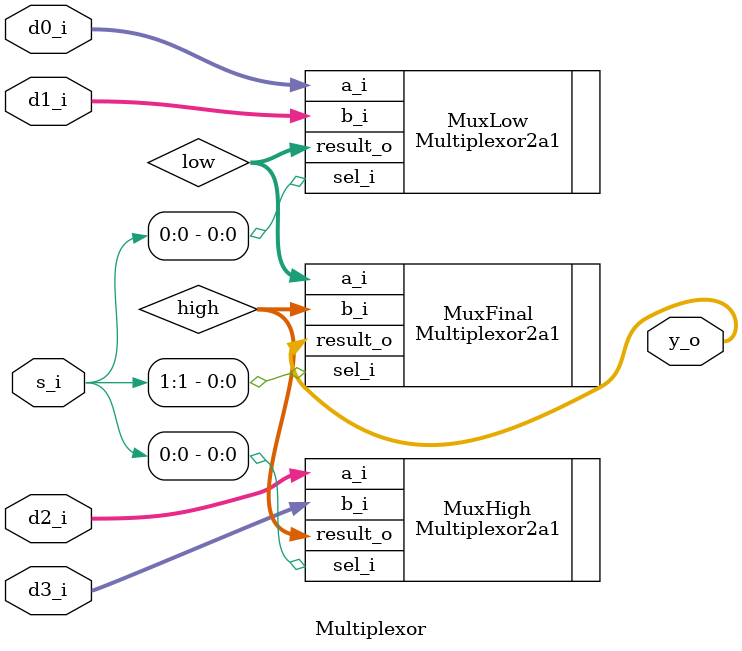
<source format=v>
module Multiplexor (
		input		[3:0] d0_i,
		input		[3:0] d1_i,
		input		[3:0] d2_i,
		input		[3:0] d3_i,
		input		[1:0] s_i,
		output	[3:0] y_o

);

	wire [3:0] low;
	wire [3:0] high;
	
	
	//	Instancia relacional
	Multiplexor2a1 MuxLow (
		.a_i			(d0_i),
		.b_i			(d1_i),
		.sel_i		(s_i[0]),
		.result_o	(low)
	
	);
	
	
	//	Instancia relacional
	Multiplexor2a1  MuxHigh (
		.a_i			(d2_i),
		.b_i			(d3_i),
		.sel_i		(s_i[0]),
		.result_o	(high)
	
	);
	
	Multiplexor2a1  MuxFinal (
		.a_i			(low),
		.b_i			(high),
		.sel_i		(s_i[1]),
		.result_o	(y_o)
	
	);
	
	
	
	
	// Instancia posicional
	//Multiplexor2a1 : MuxHigh (
	//	d0_i[],
	//	d1_i[],
	//	s_i[]
	//	high
	
	//);
	
	
endmodule

</source>
